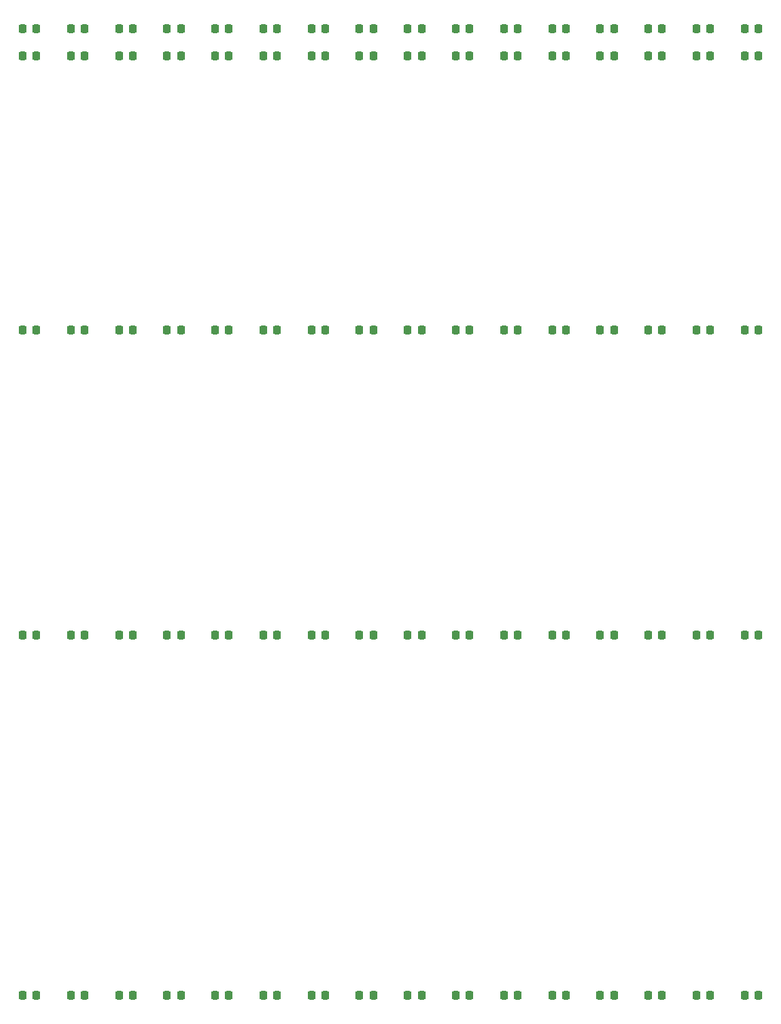
<source format=gbr>
%TF.GenerationSoftware,KiCad,Pcbnew,9.0.3*%
%TF.CreationDate,2025-08-08T13:41:27-04:00*%
%TF.ProjectId,flowstick_led_strip_panel_6p,666c6f77-7374-4696-936b-5f6c65645f73,rev?*%
%TF.SameCoordinates,Original*%
%TF.FileFunction,Paste,Bot*%
%TF.FilePolarity,Positive*%
%FSLAX46Y46*%
G04 Gerber Fmt 4.6, Leading zero omitted, Abs format (unit mm)*
G04 Created by KiCad (PCBNEW 9.0.3) date 2025-08-08 13:41:27*
%MOMM*%
%LPD*%
G01*
G04 APERTURE LIST*
G04 Aperture macros list*
%AMRoundRect*
0 Rectangle with rounded corners*
0 $1 Rounding radius*
0 $2 $3 $4 $5 $6 $7 $8 $9 X,Y pos of 4 corners*
0 Add a 4 corners polygon primitive as box body*
4,1,4,$2,$3,$4,$5,$6,$7,$8,$9,$2,$3,0*
0 Add four circle primitives for the rounded corners*
1,1,$1+$1,$2,$3*
1,1,$1+$1,$4,$5*
1,1,$1+$1,$6,$7*
1,1,$1+$1,$8,$9*
0 Add four rect primitives between the rounded corners*
20,1,$1+$1,$2,$3,$4,$5,0*
20,1,$1+$1,$4,$5,$6,$7,0*
20,1,$1+$1,$6,$7,$8,$9,0*
20,1,$1+$1,$8,$9,$2,$3,0*%
G04 Aperture macros list end*
%ADD10RoundRect,0.225000X0.225000X0.250000X-0.225000X0.250000X-0.225000X-0.250000X0.225000X-0.250000X0*%
%ADD11RoundRect,0.225000X-0.225000X-0.250000X0.225000X-0.250000X0.225000X0.250000X-0.225000X0.250000X0*%
G04 APERTURE END LIST*
D10*
%TO.C,C2*%
X53475000Y-101500000D03*
X51925000Y-101500000D03*
%TD*%
%TO.C,C2*%
X107475000Y-101500000D03*
X105925000Y-101500000D03*
%TD*%
%TO.C,C1*%
X107475000Y-141900000D03*
X105925000Y-141900000D03*
%TD*%
%TO.C,C5*%
X96675000Y-33500000D03*
X95125000Y-33500000D03*
%TD*%
%TO.C,C1*%
X53475000Y-141900000D03*
X51925000Y-141900000D03*
%TD*%
D11*
%TO.C,C10*%
X132925000Y-33500000D03*
X134475000Y-33500000D03*
%TD*%
D10*
%TO.C,C1*%
X96675000Y-141900000D03*
X95125000Y-141900000D03*
%TD*%
D11*
%TO.C,C10*%
X111325000Y-33500000D03*
X112875000Y-33500000D03*
%TD*%
%TO.C,C9*%
X122125000Y-36600000D03*
X123675000Y-36600000D03*
%TD*%
D10*
%TO.C,C4*%
X85875000Y-36600000D03*
X84325000Y-36600000D03*
%TD*%
%TO.C,C4*%
X64275000Y-36600000D03*
X62725000Y-36600000D03*
%TD*%
%TO.C,C4*%
X96675000Y-36600000D03*
X95125000Y-36600000D03*
%TD*%
%TO.C,C4*%
X75075000Y-36600000D03*
X73525000Y-36600000D03*
%TD*%
D11*
%TO.C,C10*%
X57325000Y-33500000D03*
X58875000Y-33500000D03*
%TD*%
%TO.C,C8*%
X89725000Y-67300000D03*
X91275000Y-67300000D03*
%TD*%
%TO.C,C7*%
X100525000Y-101500000D03*
X102075000Y-101500000D03*
%TD*%
D10*
%TO.C,C3*%
X53475000Y-67300000D03*
X51925000Y-67300000D03*
%TD*%
%TO.C,C2*%
X64275000Y-101500000D03*
X62725000Y-101500000D03*
%TD*%
%TO.C,C4*%
X129075000Y-36600000D03*
X127525000Y-36600000D03*
%TD*%
%TO.C,C1*%
X129075000Y-141900000D03*
X127525000Y-141900000D03*
%TD*%
D11*
%TO.C,C10*%
X78925000Y-33500000D03*
X80475000Y-33500000D03*
%TD*%
D10*
%TO.C,C5*%
X75075000Y-33500000D03*
X73525000Y-33500000D03*
%TD*%
D11*
%TO.C,C7*%
X78925000Y-101500000D03*
X80475000Y-101500000D03*
%TD*%
D10*
%TO.C,C2*%
X129075000Y-101500000D03*
X127525000Y-101500000D03*
%TD*%
%TO.C,C2*%
X118275000Y-101500000D03*
X116725000Y-101500000D03*
%TD*%
D11*
%TO.C,C7*%
X89725000Y-101500000D03*
X91275000Y-101500000D03*
%TD*%
%TO.C,C8*%
X100525000Y-67300000D03*
X102075000Y-67300000D03*
%TD*%
%TO.C,C9*%
X89725000Y-36600000D03*
X91275000Y-36600000D03*
%TD*%
%TO.C,C10*%
X68125000Y-33500000D03*
X69675000Y-33500000D03*
%TD*%
D10*
%TO.C,C2*%
X96675000Y-101500000D03*
X95125000Y-101500000D03*
%TD*%
D11*
%TO.C,C10*%
X89725000Y-33500000D03*
X91275000Y-33500000D03*
%TD*%
D10*
%TO.C,C3*%
X75075000Y-67300000D03*
X73525000Y-67300000D03*
%TD*%
D11*
%TO.C,C7*%
X111325000Y-101500000D03*
X112875000Y-101500000D03*
%TD*%
D10*
%TO.C,C1*%
X64275000Y-141900000D03*
X62725000Y-141900000D03*
%TD*%
%TO.C,C5*%
X85875000Y-33500000D03*
X84325000Y-33500000D03*
%TD*%
D11*
%TO.C,C6*%
X57325000Y-141900000D03*
X58875000Y-141900000D03*
%TD*%
%TO.C,C7*%
X57325000Y-101500000D03*
X58875000Y-101500000D03*
%TD*%
D10*
%TO.C,C4*%
X107475000Y-36600000D03*
X105925000Y-36600000D03*
%TD*%
D11*
%TO.C,C9*%
X132925000Y-36600000D03*
X134475000Y-36600000D03*
%TD*%
%TO.C,C10*%
X100525000Y-33500000D03*
X102075000Y-33500000D03*
%TD*%
%TO.C,C9*%
X100525000Y-36600000D03*
X102075000Y-36600000D03*
%TD*%
%TO.C,C7*%
X122125000Y-101500000D03*
X123675000Y-101500000D03*
%TD*%
D10*
%TO.C,C3*%
X64275000Y-67300000D03*
X62725000Y-67300000D03*
%TD*%
D11*
%TO.C,C8*%
X68125000Y-67300000D03*
X69675000Y-67300000D03*
%TD*%
%TO.C,C6*%
X100525000Y-141900000D03*
X102075000Y-141900000D03*
%TD*%
%TO.C,C9*%
X78925000Y-36600000D03*
X80475000Y-36600000D03*
%TD*%
D10*
%TO.C,C4*%
X53475000Y-36600000D03*
X51925000Y-36600000D03*
%TD*%
%TO.C,C2*%
X85875000Y-101500000D03*
X84325000Y-101500000D03*
%TD*%
%TO.C,C4*%
X118275000Y-36600000D03*
X116725000Y-36600000D03*
%TD*%
D11*
%TO.C,C10*%
X122125000Y-33500000D03*
X123675000Y-33500000D03*
%TD*%
D10*
%TO.C,C5*%
X118275000Y-33500000D03*
X116725000Y-33500000D03*
%TD*%
%TO.C,C3*%
X129075000Y-67300000D03*
X127525000Y-67300000D03*
%TD*%
%TO.C,C5*%
X64275000Y-33500000D03*
X62725000Y-33500000D03*
%TD*%
D11*
%TO.C,C6*%
X68125000Y-141900000D03*
X69675000Y-141900000D03*
%TD*%
D10*
%TO.C,C5*%
X53475000Y-33500000D03*
X51925000Y-33500000D03*
%TD*%
%TO.C,C3*%
X107475000Y-67300000D03*
X105925000Y-67300000D03*
%TD*%
%TO.C,C5*%
X107475000Y-33500000D03*
X105925000Y-33500000D03*
%TD*%
D11*
%TO.C,C8*%
X111325000Y-67300000D03*
X112875000Y-67300000D03*
%TD*%
D10*
%TO.C,C1*%
X75075000Y-141900000D03*
X73525000Y-141900000D03*
%TD*%
D11*
%TO.C,C6*%
X111325000Y-141900000D03*
X112875000Y-141900000D03*
%TD*%
%TO.C,C7*%
X68125000Y-101500000D03*
X69675000Y-101500000D03*
%TD*%
%TO.C,C6*%
X78925000Y-141900000D03*
X80475000Y-141900000D03*
%TD*%
%TO.C,C8*%
X122125000Y-67300000D03*
X123675000Y-67300000D03*
%TD*%
%TO.C,C9*%
X111325000Y-36600000D03*
X112875000Y-36600000D03*
%TD*%
%TO.C,C9*%
X68125000Y-36600000D03*
X69675000Y-36600000D03*
%TD*%
%TO.C,C8*%
X132925000Y-67300000D03*
X134475000Y-67300000D03*
%TD*%
%TO.C,C6*%
X122125000Y-141900000D03*
X123675000Y-141900000D03*
%TD*%
%TO.C,C7*%
X132925000Y-101500000D03*
X134475000Y-101500000D03*
%TD*%
D10*
%TO.C,C1*%
X85875000Y-141900000D03*
X84325000Y-141900000D03*
%TD*%
%TO.C,C3*%
X118275000Y-67300000D03*
X116725000Y-67300000D03*
%TD*%
D11*
%TO.C,C6*%
X132925000Y-141900000D03*
X134475000Y-141900000D03*
%TD*%
D10*
%TO.C,C5*%
X129075000Y-33500000D03*
X127525000Y-33500000D03*
%TD*%
D11*
%TO.C,C6*%
X89725000Y-141900000D03*
X91275000Y-141900000D03*
%TD*%
D10*
%TO.C,C1*%
X118275000Y-141900000D03*
X116725000Y-141900000D03*
%TD*%
%TO.C,C3*%
X96675000Y-67300000D03*
X95125000Y-67300000D03*
%TD*%
D11*
%TO.C,C8*%
X78925000Y-67300000D03*
X80475000Y-67300000D03*
%TD*%
D10*
%TO.C,C2*%
X75075000Y-101500000D03*
X73525000Y-101500000D03*
%TD*%
D11*
%TO.C,C8*%
X57325000Y-67300000D03*
X58875000Y-67300000D03*
%TD*%
%TO.C,C9*%
X57325000Y-36600000D03*
X58875000Y-36600000D03*
%TD*%
D10*
%TO.C,C3*%
X85875000Y-67300000D03*
X84325000Y-67300000D03*
%TD*%
M02*

</source>
